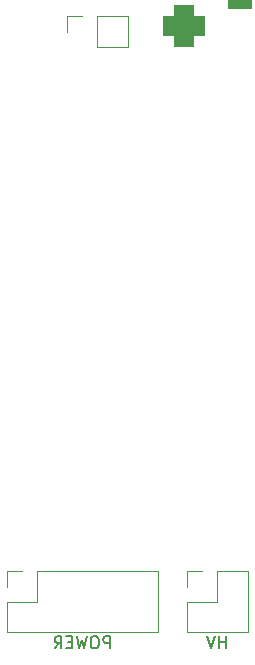
<source format=gbo>
G04 #@! TF.GenerationSoftware,KiCad,Pcbnew,6.0.4+dfsg-1+b1*
G04 #@! TF.CreationDate,2022-04-24T01:25:23+03:00*
G04 #@! TF.ProjectId,yatabaza-power,79617461-6261-47a6-912d-706f7765722e,rev?*
G04 #@! TF.SameCoordinates,Original*
G04 #@! TF.FileFunction,Legend,Bot*
G04 #@! TF.FilePolarity,Positive*
%FSLAX46Y46*%
G04 Gerber Fmt 4.6, Leading zero omitted, Abs format (unit mm)*
G04 Created by KiCad (PCBNEW 6.0.4+dfsg-1+b1) date 2022-04-24 01:25:23*
%MOMM*%
%LPD*%
G01*
G04 APERTURE LIST*
G04 Aperture macros list*
%AMRoundRect*
0 Rectangle with rounded corners*
0 $1 Rounding radius*
0 $2 $3 $4 $5 $6 $7 $8 $9 X,Y pos of 4 corners*
0 Add a 4 corners polygon primitive as box body*
4,1,4,$2,$3,$4,$5,$6,$7,$8,$9,$2,$3,0*
0 Add four circle primitives for the rounded corners*
1,1,$1+$1,$2,$3*
1,1,$1+$1,$4,$5*
1,1,$1+$1,$6,$7*
1,1,$1+$1,$8,$9*
0 Add four rect primitives between the rounded corners*
20,1,$1+$1,$2,$3,$4,$5,0*
20,1,$1+$1,$4,$5,$6,$7,0*
20,1,$1+$1,$6,$7,$8,$9,0*
20,1,$1+$1,$8,$9,$2,$3,0*%
G04 Aperture macros list end*
%ADD10C,0.150000*%
%ADD11C,0.120000*%
%ADD12C,1.600000*%
%ADD13R,1.600000X1.600000*%
%ADD14R,3.500000X3.500000*%
%ADD15RoundRect,0.750000X-1.000000X0.750000X-1.000000X-0.750000X1.000000X-0.750000X1.000000X0.750000X0*%
%ADD16RoundRect,0.875000X-0.875000X0.875000X-0.875000X-0.875000X0.875000X-0.875000X0.875000X0.875000X0*%
%ADD17O,1.600000X1.600000*%
%ADD18R,1.700000X1.700000*%
%ADD19O,1.700000X1.700000*%
%ADD20O,1.300000X1.300000*%
%ADD21C,1.300000*%
%ADD22C,1.400000*%
%ADD23O,1.400000X1.400000*%
%ADD24C,2.000000*%
%ADD25C,2.700000*%
%ADD26C,3.000000*%
%ADD27R,1.800000X1.800000*%
%ADD28C,1.800000*%
%ADD29R,2.200000X2.200000*%
%ADD30O,2.200000X2.200000*%
%ADD31C,4.500000*%
%ADD32RoundRect,0.250000X1.550000X-0.650000X1.550000X0.650000X-1.550000X0.650000X-1.550000X-0.650000X0*%
%ADD33O,3.600000X1.800000*%
%ADD34RoundRect,0.250000X-1.550000X0.650000X-1.550000X-0.650000X1.550000X-0.650000X1.550000X0.650000X0*%
G04 APERTURE END LIST*
D10*
X38504523Y-71889880D02*
X38504523Y-70889880D01*
X38123571Y-70889880D01*
X38028333Y-70937500D01*
X37980714Y-70985119D01*
X37933095Y-71080357D01*
X37933095Y-71223214D01*
X37980714Y-71318452D01*
X38028333Y-71366071D01*
X38123571Y-71413690D01*
X38504523Y-71413690D01*
X37314047Y-70889880D02*
X37123571Y-70889880D01*
X37028333Y-70937500D01*
X36933095Y-71032738D01*
X36885476Y-71223214D01*
X36885476Y-71556547D01*
X36933095Y-71747023D01*
X37028333Y-71842261D01*
X37123571Y-71889880D01*
X37314047Y-71889880D01*
X37409285Y-71842261D01*
X37504523Y-71747023D01*
X37552142Y-71556547D01*
X37552142Y-71223214D01*
X37504523Y-71032738D01*
X37409285Y-70937500D01*
X37314047Y-70889880D01*
X36552142Y-70889880D02*
X36314047Y-71889880D01*
X36123571Y-71175595D01*
X35933095Y-71889880D01*
X35695000Y-70889880D01*
X35314047Y-71366071D02*
X34980714Y-71366071D01*
X34837857Y-71889880D02*
X35314047Y-71889880D01*
X35314047Y-70889880D01*
X34837857Y-70889880D01*
X33837857Y-71889880D02*
X34171190Y-71413690D01*
X34409285Y-71889880D02*
X34409285Y-70889880D01*
X34028333Y-70889880D01*
X33933095Y-70937500D01*
X33885476Y-70985119D01*
X33837857Y-71080357D01*
X33837857Y-71223214D01*
X33885476Y-71318452D01*
X33933095Y-71366071D01*
X34028333Y-71413690D01*
X34409285Y-71413690D01*
X48339285Y-71889880D02*
X48339285Y-70889880D01*
X48339285Y-71366071D02*
X47767857Y-71366071D01*
X47767857Y-71889880D02*
X47767857Y-70889880D01*
X47434523Y-70889880D02*
X47101190Y-71889880D01*
X46767857Y-70889880D01*
D11*
X29785000Y-67945000D02*
X29785000Y-70545000D01*
X32385000Y-65345000D02*
X42605000Y-65345000D01*
X42605000Y-65345000D02*
X42605000Y-70545000D01*
X29785000Y-65345000D02*
X29785000Y-66675000D01*
X32385000Y-67945000D02*
X29785000Y-67945000D01*
X29785000Y-70545000D02*
X42605000Y-70545000D01*
X32385000Y-65345000D02*
X32385000Y-67945000D01*
X31115000Y-65345000D02*
X29785000Y-65345000D01*
X45025000Y-65345000D02*
X45025000Y-66675000D01*
X45025000Y-67945000D02*
X45025000Y-70545000D01*
X47625000Y-65345000D02*
X50225000Y-65345000D01*
X45025000Y-70545000D02*
X50225000Y-70545000D01*
X47625000Y-65345000D02*
X47625000Y-67945000D01*
X47625000Y-67945000D02*
X45025000Y-67945000D01*
X46355000Y-65345000D02*
X45025000Y-65345000D01*
X50225000Y-65345000D02*
X50225000Y-70545000D01*
X37465000Y-18355000D02*
X37465000Y-21015000D01*
X37465000Y-18355000D02*
X40065000Y-18355000D01*
X34865000Y-18355000D02*
X34865000Y-19685000D01*
X36195000Y-18355000D02*
X34865000Y-18355000D01*
X40065000Y-18355000D02*
X40065000Y-21015000D01*
X37465000Y-21015000D02*
X40065000Y-21015000D01*
%LPC*%
D12*
X46355000Y-55245000D03*
X46355000Y-52745000D03*
X25400000Y-52705000D03*
X25400000Y-55205000D03*
D13*
X53975000Y-55245000D03*
D12*
X53975000Y-52745000D03*
D13*
X17780000Y-52705000D03*
D12*
X17780000Y-55205000D03*
X37465000Y-55245000D03*
X37465000Y-52745000D03*
X33972500Y-52705000D03*
X33972500Y-55205000D03*
D13*
X41910000Y-55245000D03*
D12*
X41910000Y-52745000D03*
D13*
X29845000Y-52705000D03*
D12*
X29845000Y-55205000D03*
D14*
X49530000Y-22225000D03*
D15*
X49530000Y-16225000D03*
D16*
X44830000Y-19225000D03*
D13*
X49530000Y-60325000D03*
D17*
X49530000Y-52705000D03*
D13*
X22225000Y-52705000D03*
D17*
X22225000Y-60325000D03*
D18*
X59055000Y-65405000D03*
D19*
X59055000Y-62865000D03*
X59055000Y-60325000D03*
X59055000Y-57785000D03*
X59055000Y-55245000D03*
X59055000Y-52705000D03*
D18*
X36195000Y-15875000D03*
D19*
X38735000Y-15875000D03*
D18*
X27305000Y-15875000D03*
D19*
X24765000Y-15875000D03*
X22225000Y-15875000D03*
D20*
X46037500Y-62230000D03*
D21*
X44767500Y-60960000D03*
X46037500Y-59690000D03*
D20*
X26035000Y-62230000D03*
D21*
X24765000Y-60960000D03*
X26035000Y-59690000D03*
D20*
X41275000Y-62230000D03*
D21*
X40005000Y-60960000D03*
X41275000Y-59690000D03*
D20*
X31115000Y-62230000D03*
D21*
X29845000Y-60960000D03*
X31115000Y-59690000D03*
D22*
X53975000Y-62230000D03*
D23*
X53975000Y-59690000D03*
D22*
X17780000Y-59690000D03*
D23*
X17780000Y-62230000D03*
D13*
X27940000Y-21590000D03*
D12*
X30440000Y-21590000D03*
X27940000Y-26035000D03*
X30440000Y-26035000D03*
D24*
X19050000Y-20002500D03*
X19050000Y-26402500D03*
D25*
X45085000Y-28575000D03*
D26*
X56335000Y-28575000D03*
X33835000Y-28575000D03*
D27*
X53975000Y-64770000D03*
D28*
X53975000Y-67310000D03*
D22*
X52120000Y-69215000D03*
D23*
X54660000Y-69215000D03*
D29*
X57150000Y-22225000D03*
D30*
X57150000Y-18415000D03*
D31*
X22225000Y-31115000D03*
X52705000Y-47625000D03*
D32*
X20320000Y-42545000D03*
D33*
X20320000Y-37465000D03*
D34*
X55245000Y-36195000D03*
D33*
X55245000Y-41275000D03*
D18*
X31115000Y-66675000D03*
D19*
X31115000Y-69215000D03*
X33655000Y-66675000D03*
X33655000Y-69215000D03*
X36195000Y-66675000D03*
X36195000Y-69215000D03*
X38735000Y-66675000D03*
X38735000Y-69215000D03*
X41275000Y-66675000D03*
X41275000Y-69215000D03*
D18*
X46355000Y-66675000D03*
D19*
X46355000Y-69215000D03*
X48895000Y-66675000D03*
X48895000Y-69215000D03*
D18*
X36195000Y-19685000D03*
D19*
X38735000Y-19685000D03*
M02*

</source>
